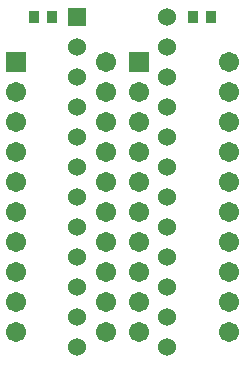
<source format=gts>
G04*
G04 #@! TF.GenerationSoftware,Altium Limited,Altium Designer,20.2.6 (244)*
G04*
G04 Layer_Color=8388736*
%FSAX24Y24*%
%MOIN*%
G70*
G04*
G04 #@! TF.SameCoordinates,57D1006C-5FB8-4E46-A0DD-9EF21319E2AC*
G04*
G04*
G04 #@! TF.FilePolarity,Negative*
G04*
G01*
G75*
%ADD16R,0.0356X0.0434*%
%ADD17C,0.0600*%
%ADD18C,0.0671*%
%ADD19R,0.0671X0.0671*%
%ADD20R,0.0600X0.0600*%
D16*
X230134Y137365D02*
D03*
X229544D02*
D03*
X224244D02*
D03*
X224834D02*
D03*
D17*
X228689Y131365D02*
D03*
Y126365D02*
D03*
Y127365D02*
D03*
Y128365D02*
D03*
Y129365D02*
D03*
Y130365D02*
D03*
Y132365D02*
D03*
Y133365D02*
D03*
Y134365D02*
D03*
Y135365D02*
D03*
Y136365D02*
D03*
Y137365D02*
D03*
X225689Y126365D02*
D03*
Y127365D02*
D03*
Y128365D02*
D03*
Y129365D02*
D03*
Y130365D02*
D03*
Y131365D02*
D03*
Y132365D02*
D03*
Y133365D02*
D03*
Y134365D02*
D03*
Y135365D02*
D03*
Y136365D02*
D03*
D18*
X226639Y126865D02*
D03*
Y127865D02*
D03*
Y128865D02*
D03*
Y129865D02*
D03*
Y130865D02*
D03*
Y131865D02*
D03*
Y132865D02*
D03*
Y133865D02*
D03*
Y134865D02*
D03*
Y135865D02*
D03*
X223639Y126865D02*
D03*
Y127865D02*
D03*
Y128865D02*
D03*
Y129865D02*
D03*
Y130865D02*
D03*
Y131865D02*
D03*
Y132865D02*
D03*
Y133865D02*
D03*
Y134865D02*
D03*
X230739Y126865D02*
D03*
Y127865D02*
D03*
Y128865D02*
D03*
Y129865D02*
D03*
Y130865D02*
D03*
Y131865D02*
D03*
Y132865D02*
D03*
Y133865D02*
D03*
Y134865D02*
D03*
Y135865D02*
D03*
X227739Y126865D02*
D03*
Y127865D02*
D03*
Y128865D02*
D03*
Y129865D02*
D03*
Y130865D02*
D03*
Y131865D02*
D03*
Y132865D02*
D03*
Y133865D02*
D03*
Y134865D02*
D03*
D19*
X223639Y135865D02*
D03*
X227739D02*
D03*
D20*
X225689Y137365D02*
D03*
M02*

</source>
